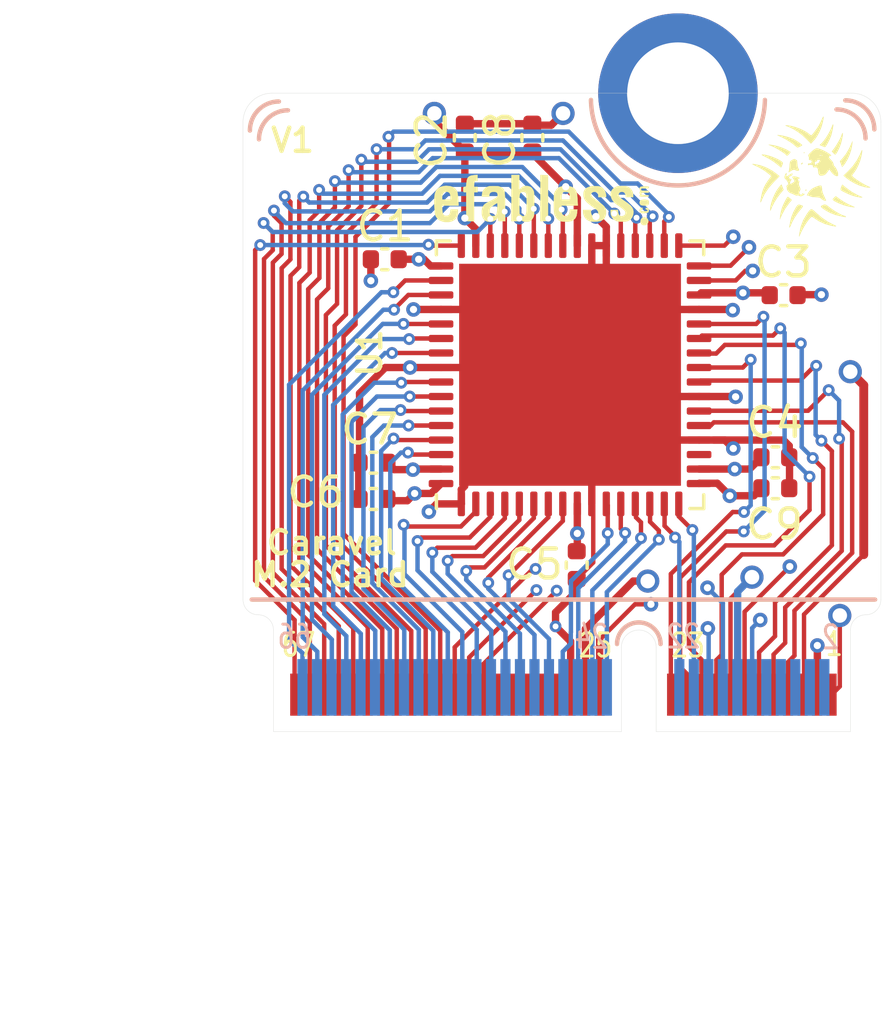
<source format=kicad_pcb>
(kicad_pcb (version 20221018) (generator pcbnew)
  (title_block (title "Carvel Breakout board as M.2 Card ") (rev "1") (company "Efabless") (comment 1 "4-layer Design") (comment 2 "0.8mm PCB") (comment 3 "45 degree chamfered edge"))
  (layers (0 "F.Cu" signal) (1 "In1.Cu" signal "GND") (2 "In2.Cu" signal "PWR") (31 "B.Cu" signal) (34 "B.Paste" user) (35 "F.Paste" user) (36 "B.SilkS" user "B.Silkscreen") (37 "F.SilkS" user "F.Silkscreen") (38 "B.Mask" user) (39 "F.Mask" user) (44 "Edge.Cuts" user))
  (net 0 "")
  (net 1 "GND")
  (net 2 "vccd2")
  (net 3 "vccd1")
  (net 4 "vdda2")
  (net 5 "vdda1")
  (net 6 "vddio")
  (net 7 "vdda")
  (net 8 "vccd")
  (net 14 "~{RST}")
  (net 15 "mprj_io[37]")
  (net 16 "xclk")
  (net 17 "mprj_io[36]")
  (net 18 "Caravel_CSB")
  (net 19 "mprj_io[35]")
  (net 20 "Caravel_D0")
  (net 21 "mprj_io[34]")
  (net 22 "Caravel_D1")
  (net 23 "gpio")
  (net 24 "Caravel_SCK")
  (net 25 "mprj_io[33]")
  (net 26 "mprj_io[32]")
  (net 28 "mprj_io[31]")
  (net 30 "mprj_io[30]")
  (net 32 "mprj_io[29]")
  (net 34 "mprj_io[28]")
  (net 36 "mprj_io[27]")
  (net 37 "mprj_io[0]")
  (net 38 "mprj_io[26]")
  (net 39 "mprj_io[1]_SDO")
  (net 40 "mprj_io[25]")
  (net 41 "mprj_io[2]_SDI")
  (net 42 "mprj_io[24]")
  (net 43 "mprj_io[3]_CSB")
  (net 44 "mprj_io[23]")
  (net 45 "mprj_io[4]_SCK")
  (net 46 "mprj_io[22]")
  (net 47 "mprj_io[5]_ser_rx")
  (net 48 "mprj_io[21]")
  (net 49 "mprj_io[6]_ser_tx")
  (net 50 "mprj_io[20]")
  (net 51 "mprj_io[7]")
  (net 52 "mprj_io[19]")
  (net 53 "mprj_io[8]")
  (net 54 "mprj_io[18]")
  (net 55 "mprj_io[9]")
  (net 56 "mprj_io[17]")
  (net 57 "mprj_io[10]")
  (net 58 "mprj_io[16]")
  (net 59 "mprj_io[11]")
  (net 60 "mprj_io[15]")
  (net 61 "mprj_io[12]")
  (net 62 "mprj_io[14]")
  (net 63 "mprj_io[13]")
  (footprint "Capacitor_SMD:C_0402_1005Metric" (layer "F.Cu") (at 162.69 165.38 90)
    (fp_text reference "C8")
    (fp_text value "0.1uf")
  )
  (footprint "Capacitor_SMD:C_0402_1005Metric" (layer "F.Cu") (at 171.07 177.46 180)
    (fp_text reference "C9")
    (fp_text value "0.1uf")
  )
  (footprint "Capacitor_SMD:C_0402_1005Metric" (layer "F.Cu") (at 157.21 177.83)
    (fp_text reference "C6")
    (fp_text value "0.1uf")
  )
  (footprint "Capacitor_SMD:C_0402_1005Metric" (layer "F.Cu") (at 157.6 169.57)
    (fp_text reference "C1")
    (fp_text value "0.1uf")
  )
  (footprint "Capacitor_SMD:C_0402_1005Metric" (layer "F.Cu") (at 160.36 165.38 90)
    (fp_text reference "C2")
    (fp_text value "0.1uf")
  )
  (footprint "Caravel_Board:logo_small" (layer "F.Cu") (at 172.289333 166.701566)
    (fp_text reference "T1" hide)
    (fp_text value "Logo" hide)
  )
  (footprint "Capacitor_SMD:C_0402_1005Metric" (layer "F.Cu") (at 157.21 176.58)
    (fp_text reference "C7")
    (fp_text value "0.1uf")
  )
  (footprint "Caravel_Board:ef_logo" (layer "F.Cu") (at 162.950398 167.531401)
    (fp_text reference "T2" hide)
    (fp_text value "Logo" hide)
  )
  (footprint "Capacitor_SMD:C_0402_1005Metric" (layer "F.Cu") (at 171.356 170.8068)
    (fp_text reference "C3")
    (fp_text value "0.1uf")
  )
  (footprint "Package_DFN_QFN:QFN-64-1EP_9x9mm_P0.5mm_EP7.65x7.65mm" (layer "F.Cu") (at 163.99 173.55 90)
    (fp_text reference "U1")
    (fp_text value "Caravel")
  )
  (footprint "Capacitor_SMD:C_0402_1005Metric" (layer "F.Cu") (at 164.22 180.11 90)
    (fp_text reference "C5")
    (fp_text value "0.1uf")
  )
  (footprint "MicroMod-Sparkfun:MicroMod-M.2-CARD-E-22" (layer "F.Cu") (at 163.761271 185.846951)
    (fp_text reference "J1")
    (fp_text value "MICROMOD-2222-Generic")
    (fp_line (start -11.05 -21) (end -11.05 -4.55) (stroke (width 0.01)) (layer "Edge.Cuts"))
    (fp_line (start -10 0) (end -10 -3.5) (stroke (width 0.01)) (layer "Edge.Cuts"))
    (fp_line (start 2 -2.9) (end 2 0) (stroke (width 0.01)) (layer "Edge.Cuts"))
    (fp_line (start 2 0) (end -10 0) (stroke (width 0.01)) (layer "Edge.Cuts"))
    (fp_line (start 2.2 -22) (end -10.05 -22) (stroke (width 0.01)) (layer "Edge.Cuts"))
    (fp_line (start 3.2 -2.9) (end 3.2 0) (stroke (width 0.01)) (layer "Edge.Cuts"))
    (fp_line (start 9.9 -3.5) (end 9.9 0) (stroke (width 0.01)) (layer "Edge.Cuts"))
    (fp_line (start 9.9 0) (end 3.2 0) (stroke (width 0.01)) (layer "Edge.Cuts"))
    (fp_line (start 9.95 -22) (end 5.7 -22) (stroke (width 0.01)) (layer "Edge.Cuts"))
    (fp_line (start 10.95 -21) (end 10.95 -4.55) (stroke (width 0.01)) (layer "Edge.Cuts"))
    (fp_arc (start -11.05 -21) (mid -10.757106 -21.707106) (end -10.05 -22) (stroke (width 0.01)) (layer "Edge.Cuts"))
    (fp_arc (start -10.525 -4.025) (mid -10.896231 -4.178769) (end -11.05 -4.55) (stroke (width 0.01)) (layer "Edge.Cuts"))
    (fp_arc (start -10.525 -4.025) (mid -10.153769 -3.871231) (end -10 -3.5) (stroke (width 0.01)) (layer "Edge.Cuts"))
    (fp_arc (start 2 -2.9) (mid 2.6 -3.5) (end 3.2 -2.9) (stroke (width 0.01)) (layer "Edge.Cuts"))
    (fp_arc (start 5.7 -22) (mid 3.95 -20.25) (end 2.2 -22) (stroke (width 0.01)) (layer "Edge.Cuts"))
    (fp_arc (start 9.9 -3.5) (mid 10.053769 -3.871231) (end 10.425 -4.025) (stroke (width 0.01)) (layer "Edge.Cuts"))
    (fp_arc (start 9.95 -22) (mid 10.657107 -21.707107) (end 10.95 -21) (stroke (width 0.01)) (layer "Edge.Cuts"))
    (fp_arc (start 10.95 -4.55) (mid 10.796231 -4.178769) (end 10.425 -4.025) (stroke (width 0.01)) (layer "Edge.Cuts"))
  )
  (footprint "Capacitor_SMD:C_0402_1005Metric" (layer "F.Cu") (at 171.07 176.3932 180)
    (fp_text reference "C4")
    (fp_text value "0.1uf")
  )
  (gr_text "V1" (at 154.42 165.47) (layer "F.SilkS") (effects (font (size 0.8 0.8) (thickness 0.15) bold)))
  (gr_text "M.2 Card" (at 155.71 180.44) (layer "F.SilkS") (effects (font (size 0.8 0.8) (thickness 0.15) bold)))
  (gr_text "Caravel" (at 155.77 179.34) (layer "F.SilkS") (effects (font (size 0.8 0.8) (thickness 0.15) bold)))
  (segment (start 162.63 164.9) (end 162.68 164.95) (width 0.254) (layer "F.Cu") (net 1))
  (segment (start 162.68 164.95) (end 163.341287 164.95) (width 0.254) (layer "F.Cu") (net 1))
  (segment (start 171.8528 170.79) (end 171.836 170.8068) (width 0.254) (layer "F.Cu") (net 1))
  (segment (start 157.12 169.57) (end 157.12 170.31) (width 0.254) (layer "F.Cu") (net 1))
  (segment (start 168.44 171.3) (end 166.24 171.3) (width 0.254) (layer "F.Cu") (net 1))
  (segment (start 164.74 178) (end 164.74 174.3) (width 0.254) (layer "F.Cu") (net 1))
  (segment (start 163.49 182.2213) (end 164.010191 182.741491) (width 0.254) (layer "F.Cu") (net 1))
  (segment (start 159.39 178) (end 159.12 178.27) (width 0.254) (layer "F.Cu") (net 1))
  (segment (start 164.22 181.01) (end 164.22 180.59) (width 0.254) (layer "F.Cu") (net 1))
  (segment (start 165.24 168.453158) (end 165.24 169.1) (width 0.254) (layer "F.Cu") (net 1))
  (segment (start 168.44 175.8) (end 166.24 175.8) (width 0.254) (layer "F.Cu") (net 1))
  (segment (start 157.62 173.3) (end 158.47 173.3) (width 0.254) (layer "F.Cu") (net 1))
  (segment (start 165.24 169.1) (end 165.24 172.3) (width 0.254) (layer "F.Cu") (net 1))
  (segment (start 164.79 180.02) (end 164.22 180.59) (width 0.1524) (layer "F.Cu") (net 1))
  (segment (start 164.74 172.8) (end 163.99 173.55) (width 0.254) (layer "F.Cu") (net 1))
  (segment (start 164.74 174.3) (end 163.99 173.55) (width 0.254) (layer "F.Cu") (net 1))
  (segment (start 164.74 178) (end 164.79 178.05) (width 0.1524) (layer "F.Cu") (net 1))
  (segment (start 160.36 164.9) (end 161.46 164.9) (width 0.254) (layer "F.Cu") (net 1))
  (segment (start 169.33 175.8) (end 168.44 175.8) (width 0.254) (layer "F.Cu") (net 1))
  (segment (start 165.24 172.3) (end 163.99 173.55) (width 0.254) (layer "F.Cu") (net 1))
  (segment (start 168.44 174.3) (end 164.74 174.3) (width 0.254) (layer "F.Cu") (net 1))
  (segment (start 169.7 174.31) (end 169.69 174.3) (width 0.254) (layer "F.Cu") (net 1))
  (segment (start 159.54 171.3) (end 158.59 171.3) (width 0.254) (layer "F.Cu") (net 1))
  (segment (start 171.35 175.8) (end 171.55 176) (width 0.254) (layer "F.Cu") (net 1))
  (segment (start 159.54 173.3) (end 158.47 173.3) (width 0.254) (layer "F.Cu") (net 1))
  (segment (start 160.24 178) (end 160.24 177.5032) (width 0.254) (layer "F.Cu") (net 1))
  (segment (start 169.5781 171.3) (end 169.6 171.3219) (width 0.254) (layer "F.Cu") (net 1))
  (segment (start 161.74 171.3) (end 163.99 173.55) (width 0.254) (layer "F.Cu") (net 1))
  (segment (start 161.46 164.9) (end 162.63 164.9) (width 0.254) (layer "F.Cu") (net 1))
  (segment (start 164.883421 168.096579) (end 165.24 168.453158) (width 0.254) (layer "F.Cu") (net 1))
  (segment (start 164.010191 182.741491) (end 164.010191 184.574411) (width 0.254) (layer "F.Cu") (net 1))
  (segment (start 169.62 176.09) (end 169.33 175.8) (width 0.254) (layer "F.Cu") (net 1))
  (segment (start 163.341287 164.95) (end 163.747787 164.5435) (width 0.254) (layer "F.Cu") (net 1))
  (segment (start 163.49 182.2213) (end 163.49 181.74) (width 0.254) (layer "F.Cu") (net 1))
  (segment (start 159.54 171.3) (end 161.74 171.3) (width 0.254) (layer "F.Cu") (net 1))
  (segment (start 171.56 177.4734) (end 171.56 176.4066) (width 0.254) (layer "F.Cu") (net 1))
  (segment (start 166.24 175.8) (end 163.99 173.55) (width 0.254) (layer "F.Cu") (net 1))
  (segment (start 159.54 173.3) (end 163.74 173.3) (width 0.254) (layer "F.Cu") (net 1))
  (segment (start 168.94 175.8) (end 171.35 175.8) (width 0.254) (layer "F.Cu") (net 1))
  (segment (start 160.24 177.5032) (end 160.3578 177.3854) (width 0.254) (layer "F.Cu") (net 1))
  (segment (start 172.66 170.79) (end 171.8528 170.79) (width 0.254) (layer "F.Cu") (net 1))
  (segment (start 163.74 173.3) (end 163.99 173.55) (width 0.254) (layer "F.Cu") (net 1))
  (segment (start 168.44 171.3) (end 169.5781 171.3) (width 0.254) (layer "F.Cu") (net 1))
  (segment (start 164.79 178.05) (end 164.79 180.02) (width 0.1524) (layer "F.Cu") (net 1))
  (segment (start 166.24 171.3) (end 163.99 173.55) (width 0.254) (layer "F.Cu") (net 1))
  (segment (start 171.55 176) (end 171.55 176.3932) (width 0.254) (layer "F.Cu") (net 1))
  (segment (start 163.49 181.74) (end 164.22 181.01) (width 0.254) (layer "F.Cu") (net 1))
  (segment (start 156.7 176.61) (end 156.7 177.74) (width 0.254) (layer "F.Cu") (net 1))
  (segment (start 164.74 169.1) (end 165.24 169.1) (width 0.254) (layer "F.Cu") (net 1))
  (segment (start 160.24 178) (end 159.39 178) (width 0.254) (layer "F.Cu") (net 1))
  (segment (start 156.73 176.58) (end 156.73 174.19) (width 0.254) (layer "F.Cu") (net 1))
  (segment (start 164.74 169.1) (end 164.74 172.8) (width 0.254) (layer "F.Cu") (net 1))
  (segment (start 156.73 174.19) (end 157.62 173.3) (width 0.254) (layer "F.Cu") (net 1))
  (segment (start 169.69 174.3) (end 168.44 174.3) (width 0.254) (layer "F.Cu") (net 1))
  (via (at 163.49 182.2213) (size 0.4064) (drill 0.2032) (layers "F.Cu" "B.Cu") (net 1))
  (via (at 168.7419 182.29) (size 0.5) (drill 0.25) (layers "F.Cu" "B.Cu") (net 1))
  (via (at 164.883421 168.096579) (size 0.5) (drill 0.25) (layers "F.Cu" "B.Cu") (net 1))
  (via (at 169.6 171.3219) (size 0.5) (drill 0.25) (layers "F.Cu" "B.Cu") (net 1))
  (via (at 170.55 182) (size 0.5) (drill 0.25) (layers "F.Cu" "B.Cu") (net 1))
  (via (at 169.62 176.09) (size 0.5) (drill 0.25) (layers "F.Cu" "B.Cu") (net 1))
  (via (at 172.66 170.79) (size 0.5) (drill 0.25) (layers "F.Cu" "B.Cu") (net 1))
  (via (at 158.59 171.3) (size 0.5) (drill 0.25) (layers "F.Cu" "B.Cu") (net 1))
  (via (at 163.747787 164.5435) (size 0.8) (drill 0.5) (layers "F.Cu" "B.Cu") (net 1))
  (via (at 158.47 173.3) (size 0.5) (drill 0.25) (layers "F.Cu" "B.Cu") (net 1))
  (via (at 169.7 174.31) (size 0.5) (drill 0.25) (layers "F.Cu" "B.Cu") (net 1))
  (via (at 157.12 170.31) (size 0.5) (drill 0.25) (layers "F.Cu" "B.Cu") (net 1))
  (via (at 159.12 178.27) (size 0.5) (drill 0.25) (layers "F.Cu" "B.Cu") (net 1))
  (segment (start 170.55 182) (end 170.271131 182.278869) (width 0.1524) (layer "B.Cu") (net 1))
  (segment (start 168.7419 182.29) (end 168.769991 182.318091) (width 0.1524) (layer "B.Cu") (net 1))
  (segment (start 168.769991 182.318091) (end 168.769991 183.552951) (width 0.1524) (layer "B.Cu") (net 1))
  (segment (start 170.271131 182.278869) (end 170.271131 183.552951) (width 0.1524) (layer "B.Cu") (net 1))
  (segment (start 173.293259 181.846022) (end 173.293259 184.290563) (width 0.1524) (layer "F.Cu") (net 2))
  (segment (start 173.293259 184.290563) (end 173.009411 184.574411) (width 0.1524) (layer "F.Cu") (net 2))
  (segment (start 158.57 176.82) (end 157.93 176.82) (width 0.254) (layer "F.Cu") (net 2))
  (segment (start 159.54 176.8) (end 158.59 176.8) (width 0.254) (layer "F.Cu") (net 2))
  (segment (start 158.59 176.8) (end 158.57 176.82) (width 0.254) (layer "F.Cu") (net 2))
  (segment (start 157.93 176.82) (end 157.67 176.56) (width 0.254) (layer "F.Cu") (net 2))
  (via (at 173.293259 181.846022) (size 0.8) (drill 0.5) (layers "F.Cu" "B.Cu") (net 2))
  (via (at 158.57 176.82) (size 0.5) (drill 0.25) (layers "F.Cu" "B.Cu") (net 2))
  (segment (start 159.18 169.8) (end 158.95 169.57) (width 0.254) (layer "F.Cu") (net 3))
  (segment (start 158.28 169.57) (end 158.18 169.67) (width 0.254) (layer "F.Cu") (net 3))
  (segment (start 164.520571 182.309429) (end 164.520571 183.804411) (width 0.254) (layer "F.Cu") (net 3))
  (segment (start 158.95 169.57) (end 158.77 169.57) (width 0.254) (layer "F.Cu") (net 3))
  (segment (start 158.77 169.57) (end 158.28 169.57) (width 0.254) (layer "F.Cu") (net 3))
  (segment (start 166.67 180.66) (end 166.17 180.66) (width 0.254) (layer "F.Cu") (net 3))
  (segment (start 166.17 180.66) (end 164.520571 182.309429) (width 0.254) (layer "F.Cu") (net 3))
  (segment (start 159.54 169.8) (end 159.18 169.8) (width 0.254) (layer "F.Cu") (net 3))
  (via (at 158.77 169.57) (size 0.5) (drill 0.25) (layers "F.Cu" "B.Cu") (net 3))
  (via (at 166.67 180.66) (size 0.8) (drill 0.5) (layers "F.Cu" "B.Cu") (net 3))
  (segment (start 164.24 179.0176) (end 164.24 178) (width 0.254) (layer "F.Cu") (net 4))
  (segment (start 170.009671 181.718607) (end 170.009671 184.574411) (width 0.1524) (layer "F.Cu") (net 4))
  (segment (start 164.24 179.61) (end 164.24 179.0176) (width 0.254) (layer "F.Cu") (net 4))
  (segment (start 171.568098 180.16018) (end 170.009671 181.718607) (width 0.1524) (layer "F.Cu") (net 4))
  (segment (start 164.22 179.63) (end 164.24 179.61) (width 0.254) (layer "F.Cu") (net 4))
  (via (at 164.24 179.0176) (size 0.5) (drill 0.25) (layers "F.Cu" "B.Cu") (net 4))
  (via (at 171.568098 180.16018) (size 0.5) (drill 0.25) (layers "F.Cu" "B.Cu") (net 4))
  (segment (start 165.010951 182.680951) (end 165.01 182.68) (width 0.254) (layer "F.Cu") (net 5))
  (segment (start 160.3619 165.8619) (end 160.36 165.86) (width 0.254) (layer "F.Cu") (net 5))
  (segment (start 159.31 164.5435) (end 159.31 164.81) (width 0.254) (layer "F.Cu") (net 5))
  (segment (start 160.74 168.53) (end 160.74 169.1) (width 0.254) (layer "F.Cu") (net 5))
  (segment (start 164.085 167.315) (end 163.84 167.07) (width 0.254) (layer "F.Cu") (net 5))
  (segment (start 160.3619 168.1519) (end 160.74 168.53) (width 0.254) (layer "F.Cu") (net 5))
  (segment (start 160.41 165.91) (end 160.36 165.86) (width 0.254) (layer "F.Cu") (net 5))
  (segment (start 165.010951 184.574411) (end 165.010951 182.680951) (width 0.254) (layer "F.Cu") (net 5))
  (segment (start 164.24 168.13) (end 164.24 167.47) (width 0.254) (layer "F.Cu") (net 5))
  (segment (start 166.78 181.46) (end 166.23 181.46) (width 0.1524) (layer "F.Cu") (net 5))
  (segment (start 159.31 164.81) (end 160.36 165.86) (width 0.254) (layer "F.Cu") (net 5))
  (segment (start 164.24 167.47) (end 164.085 167.315) (width 0.254) (layer "F.Cu") (net 5))
  (segment (start 160.3619 168.1519) (end 160.3619 165.8619) (width 0.254) (layer "F.Cu") (net 5))
  (segment (start 162.68 165.91) (end 160.41 165.91) (width 0.254) (layer "F.Cu") (net 5))
  (segment (start 166.23 181.46) (end 165.01 182.68) (width 0.1524) (layer "F.Cu") (net 5))
  (segment (start 164.085 167.315) (end 162.68 165.91) (width 0.254) (layer "F.Cu") (net 5))
  (segment (start 164.24 168.13) (end 164.24 169.1) (width 0.254) (layer "F.Cu") (net 5))
  (via (at 166.78 181.46) (size 0.5) (drill 0.25) (layers "F.Cu" "B.Cu") (net 5))
  (via (at 159.31 164.5435) (size 0.8) (drill 0.5) (layers "F.Cu" "B.Cu") (net 5))
  (via (at 163.84 167.07) (size 0.5) (drill 0.25) (layers "F.Cu" "B.Cu") (net 5))
  (via (at 160.3619 168.1519) (size 0.5) (drill 0.25) (layers "F.Cu" "B.Cu") (net 5))
  (segment (start 170.33 177.72) (end 170.7044 177.3456) (width 0.254) (layer "F.Cu") (net 6))
  (segment (start 172.519031 182.88) (end 172.519031 183.804411) (width 0.254) (layer "F.Cu") (net 6))
  (segment (start 169.07 177.29) (end 168.45 177.29) (width 0.254) (layer "F.Cu") (net 6))
  (segment (start 168.45 177.29) (end 168.44 177.3) (width 0.254) (layer "F.Cu") (net 6))
  (segment (start 158.38 177.89) (end 157.81 177.89) (width 0.254) (layer "F.Cu") (net 6))
  (segment (start 158.63 177.64) (end 158.38 177.89) (width 0.254) (layer "F.Cu") (net 6))
  (segment (start 157.81 177.89) (end 157.8 177.88) (width 0.254) (layer "F.Cu") (net 6))
  (segment (start 158.63 177.64) (end 159.2 177.64) (width 0.254) (layer "F.Cu") (net 6))
  (segment (start 159.2 177.64) (end 159.54 177.3) (width 0.254) (layer "F.Cu") (net 6))
  (segment (start 169.5 177.72) (end 169.07 177.29) (width 0.254) (layer "F.Cu") (net 6))
  (segment (start 169.5 177.72) (end 170.33 177.72) (width 0.254) (layer "F.Cu") (net 6))
  (via (at 172.519031 182.88) (size 0.5) (drill 0.25) (layers "F.Cu" "B.Cu") (net 6))
  (via (at 169.5 177.72) (size 0.5) (drill 0.25) (layers "F.Cu" "B.Cu") (net 6))
  (via (at 158.63 177.64) (size 0.5) (drill 0.25) (layers "F.Cu" "B.Cu") (net 6))
  (via (at 168.73 180.89) (size 0.5) (drill 0.25) (layers "F.Cu" "B.Cu") (net 6))
  (segment (start 169.260371 184.322951) (end 169.260371 181.420371) (width 0.1524) (layer "B.Cu") (net 6))
  (segment (start 169.260371 181.420371) (end 168.73 180.89) (width 0.1524) (layer "B.Cu") (net 6))
  (segment (start 172.06 184.525602) (end 172.011191 184.574411) (width 0.1524) (layer "F.Cu") (net 7))
  (segment (start 174.12 179.75) (end 174.12 173.91) (width 0.3048) (layer "F.Cu") (net 7))
  (segment (start 174.05 179.82) (end 172.06 181.81) (width 0.1524) (layer "F.Cu") (net 7))
  (segment (start 170.795991 170.726791) (end 170.876 170.8068) (width 0.254) (layer "F.Cu") (net 7))
  (segment (start 174.12 173.91) (end 173.655 173.445) (width 0.3048) (layer "F.Cu") (net 7))
  (segment (start 168.513209 170.726791) (end 169.953265 170.726791) (width 0.254) (layer "F.Cu") (net 7))
  (segment (start 168.44 170.8) (end 168.513209 170.726791) (width 0.254) (layer "F.Cu") (net 7))
  (segment (start 172.06 181.81) (end 172.06 184.525602) (width 0.1524) (layer "F.Cu") (net 7))
  (segment (start 169.953265 170.726791) (end 170.795991 170.726791) (width 0.254) (layer "F.Cu") (net 7))
  (via (at 173.655 173.445) (size 0.8) (drill 0.5) (layers "F.Cu" "B.Cu") (net 7))
  (via (at 169.953265 170.726791) (size 0.5) (drill 0.25) (layers "F.Cu" "B.Cu") (net 7))
  (segment (start 170.265 180.525) (end 169.5248 181.2652) (width 0.1524) (layer "F.Cu") (net 8))
  (segment (start 170.1832 176.8) (end 170.59 176.3932) (width 0.254) (layer "F.Cu") (net 8))
  (segment (start 169.5248 184.558902) (end 169.509291 184.574411) (width 0.1524) (layer "F.Cu") (net 8))
  (segment (start 168.44 176.8) (end 170.1832 176.8) (width 0.254) (layer "F.Cu") (net 8))
  (segment (start 169.5248 181.2652) (end 169.5248 184.558902) (width 0.1524) (layer "F.Cu") (net 8))
  (via (at 170.265 180.525) (size 0.8) (drill 0.5) (layers "F.Cu" "B.Cu") (net 8))
  (via (at 169.67 176.8) (size 0.5) (drill 0.25) (layers "F.Cu" "B.Cu") (net 8))
  (segment (start 169.770751 181.019249) (end 169.770751 183.552951) (width 0.254) (layer "B.Cu") (net 8))
  (segment (start 170.265 180.525) (end 169.770751 181.019249) (width 0.254) (layer "B.Cu") (net 8))
  (segment (start 168.84 175.3) (end 168.95 175.19) (width 0.1524) (layer "F.Cu") (net 14))
  (segment (start 173.4 175.19) (end 173.72 175.51) (width 0.1524) (layer "F.Cu") (net 14))
  (segment (start 173.72 179.69) (end 171.73 181.68) (width 0.1524) (layer "F.Cu") (net 14))
  (segment (start 173.72 175.51) (end 173.72 179.69) (width 0.1524) (layer "F.Cu") (net 14))
  (segment (start 168.44 175.3) (end 168.84 175.3) (width 0.1524) (layer "F.Cu") (net 14))
  (segment (start 171.73 181.68) (end 171.73 183.23) (width 0.1524) (layer "F.Cu") (net 14))
  (segment (start 171.510811 183.449189) (end 171.510811 184.574411) (width 0.1524) (layer "F.Cu") (net 14))
  (segment (start 168.95 175.19) (end 173.4 175.19) (width 0.1524) (layer "F.Cu") (net 14))
  (segment (start 171.73 183.23) (end 171.510811 183.449189) (width 0.1524) (layer "F.Cu") (net 14))
  (segment (start 168.21 178.9) (end 167.74 178.43) (width 0.1524) (layer "F.Cu") (net 15))
  (segment (start 167.74 178.43) (end 167.74 178.14) (width 0.1524) (layer "F.Cu") (net 15))
  (via (at 168.21 178.9) (size 0.4064) (drill 0.2032) (layers "F.Cu" "B.Cu") (net 15))
  (segment (start 168.259611 178.949611) (end 168.259611 184.322951) (width 0.1524) (layer "B.Cu") (net 15))
  (segment (start 168.21 178.9) (end 168.259611 178.949611) (width 0.1524) (layer "B.Cu") (net 15))
  (segment (start 171.010431 183.189569) (end 171.010431 184.574411) (width 0.1524) (layer "F.Cu") (net 16))
  (segment (start 172.91 174.08) (end 172.2 174.79) (width 0.1524) (layer "F.Cu") (net 16))
  (segment (start 173.36 179.618948) (end 171.41 181.568948) (width 0.1524) (layer "F.Cu") (net 16))
  (segment (start 173.27 175.75) (end 173.36 175.84) (width 0.1524) (layer "F.Cu") (net 16))
  (segment (start 171.41 181.568948) (end 171.41 182.79) (width 0.1524) (layer "F.Cu") (net 16))
  (segment (start 172.2 174.79) (end 168.45 174.79) (width 0.1524) (layer "F.Cu") (net 16))
  (segment (start 173.36 175.84) (end 173.36 179.618948) (width 0.1524) (layer "F.Cu") (net 16))
  (segment (start 168.45 174.79) (end 168.44 174.8) (width 0.1524) (layer "F.Cu") (net 16))
  (segment (start 171.41 182.79) (end 171.010431 183.189569) (width 0.1524) (layer "F.Cu") (net 16))
  (via (at 173.27 175.75) (size 0.4064) (drill 0.2032) (layers "F.Cu" "B.Cu") (net 16))
  (via (at 172.91 174.08) (size 0.4064) (drill 0.2032) (layers "F.Cu" "B.Cu") (net 16))
  (segment (start 173.27 175.75) (end 173.27 174.44) (width 0.1524) (layer "B.Cu") (net 16))
  (segment (start 173.27 174.44) (end 172.91 174.08) (width 0.1524) (layer "B.Cu") (net 16))
  (segment (start 167.61 179.16) (end 167.61 179.118054) (width 0.1524) (layer "F.Cu") (net 17))
  (segment (start 167.61 179.118054) (end 167.25 178.758054) (width 0.1524) (layer "F.Cu") (net 17))
  (segment (start 167.25 178.758054) (end 167.25 178.01) (width 0.1524) (layer "F.Cu") (net 17))
  (segment (start 167.25 178.01) (end 167.24 178) (width 0.1524) (layer "F.Cu") (net 17))
  (via (at 167.61 179.16) (size 0.4064) (drill 0.2032) (layers "F.Cu" "B.Cu") (net 17))
  (segment (start 167.61 179.16) (end 167.759231 179.309231) (width 0.1524) (layer "B.Cu") (net 17))
  (segment (start 167.759231 179.309231) (end 167.759231 184.322951) (width 0.1524) (layer "B.Cu") (net 17))
  (segment (start 171.06 181.388948) (end 171.06 182.56) (width 0.1524) (layer "F.Cu") (net 18))
  (segment (start 173.02 176.18) (end 173.02 179.428948) (width 0.1524) (layer "F.Cu") (net 18))
  (segment (start 172.43 173.24) (end 171.9205 173.7495) (width 0.1524) (layer "F.Cu") (net 18))
  (segment (start 170.510051 183.109949) (end 170.510051 184.574411) (width 0.1524) (layer "F.Cu") (net 18))
  (segment (start 168.4905 173.7495) (end 168.44 173.8) (width 0.1524) (layer "F.Cu") (net 18))
  (segment (start 171.9205 173.7495) (end 168.4905 173.7495) (width 0.1524) (layer "F.Cu") (net 18))
  (segment (start 172.66 175.82) (end 173.02 176.18) (width 0.1524) (layer "F.Cu") (net 18))
  (segment (start 173.02 179.428948) (end 171.06 181.388948) (width 0.1524) (layer "F.Cu") (net 18))
  (segment (start 172.48 173.24) (end 172.43 173.24) (width 0.1524) (layer "F.Cu") (net 18))
  (segment (start 171.06 182.56) (end 170.510051 183.109949) (width 0.1524) (layer "F.Cu") (net 18))
  (via (at 172.66 175.82) (size 0.4064) (drill 0.2032) (layers "F.Cu" "B.Cu") (net 18))
  (via (at 172.48 173.24) (size 0.4064) (drill 0.2032) (layers "F.Cu" "B.Cu") (net 18))
  (segment (start 172.46 175.62) (end 172.46 173.26) (width 0.1524) (layer "B.Cu") (net 18))
  (segment (start 172.46 173.26) (end 172.48 173.24) (width 0.1524) (layer "B.Cu") (net 18))
  (segment (start 172.66 175.82) (end 172.46 175.62) (width 0.1524) (layer "B.Cu") (net 18))
  (segment (start 167.052205 178.919469) (end 166.75 178.617264) (width 0.1524) (layer "F.Cu") (net 19))
  (segment (start 166.75 178.617264) (end 166.75 178.01) (width 0.1524) (layer "F.Cu") (net 19))
  (segment (start 166.75 178.01) (end 166.74 178) (width 0.1524) (layer "F.Cu") (net 19))
  (segment (start 167.052205 179.230128) (end 167.052205 178.919469) (width 0.1524) (layer "F.Cu") (net 19))
  (via (at 167.052205 179.230128) (size 0.4064) (drill 0.2032) (layers "F.Cu" "B.Cu") (net 19))
  (segment (start 166.98 179.265) (end 166.98 179.32) (width 0.1524) (layer "B.Cu") (net 19))
  (segment (start 165.259871 181.040129) (end 165.259871 184.322951) (width 0.1524) (layer "B.Cu") (net 19))
  (segment (start 166.98 179.32) (end 165.259871 181.040129) (width 0.1524) (layer "B.Cu") (net 19))
  (segment (start 169.22 183.2) (end 169.0364 183.3836) (width 0.1524) (layer "F.Cu") (net 20))
  (segment (start 171.9 172.52) (end 169.33 172.52) (width 0.1524) (layer "F.Cu") (net 20))
  (segment (start 169.0364 183.3836) (end 169.0364 184.546922) (width 0.1524) (layer "F.Cu") (net 20))
  (segment (start 169.22 180.44) (end 169.22 183.2) (width 0.1524) (layer "F.Cu") (net 20))
  (segment (start 169.92 179.74) (end 169.22 180.44) (width 0.1524) (layer "F.Cu") (net 20))
  (segment (start 169.03 172.82) (end 168.46 172.82) (width 0.1524) (layer "F.Cu") (net 20))
  (segment (start 172.36 176.42) (end 172.72 176.78) (width 0.1524) (layer "F.Cu") (net 20))
  (segment (start 172.72 176.78) (end 172.72 178.36) (width 0.1524) (layer "F.Cu") (net 20))
  (segment (start 169.0364 184.546922) (end 169.008911 184.574411) (width 0.1524) (layer "F.Cu") (net 20))
  (segment (start 171.95 172.47) (end 171.9 172.52) (width 0.1524) (layer "F.Cu") (net 20))
  (segment (start 169.33 172.52) (end 169.03 172.82) (width 0.1524) (layer "F.Cu") (net 20))
  (segment (start 172.72 178.36) (end 171.34 179.74) (width 0.1524) (layer "F.Cu") (net 20))
  (segment (start 168.46 172.82) (end 168.44 172.8) (width 0.1524) (layer "F.Cu") (net 20))
  (segment (start 171.34 179.74) (end 169.92 179.74) (width 0.1524) (layer "F.Cu") (net 20))
  (via (at 171.95 172.47) (size 0.4064) (drill 0.2032) (layers "F.Cu" "B.Cu") (net 20))
  (via (at 172.36 176.42) (size 0.4064) (drill 0.2032) (layers "F.Cu" "B.Cu") (net 20))
  (segment (start 171.95 172.47) (end 171.98 172.5) (width 0.1524) (layer "B.Cu") (net 20))
  (segment (start 171.98 172.5) (end 171.98 176.04) (width 0.1524) (layer "B.Cu") (net 20))
  (segment (start 171.98 176.04) (end 172.36 176.42) (width 0.1524) (layer "B.Cu") (net 20))
  (segment (start 166.436858 179.17997) (end 166.436858 178.636858) (width 0.1524) (layer "F.Cu") (net 21))
  (segment (start 166.436858 178.636858) (end 166.26303 178.46303) (width 0.1524) (layer "F.Cu") (net 21))
  (segment (start 166.26303 178.46303) (end 166.26303 178.02303) (width 0.1524) (layer "F.Cu") (net 21))
  (via (at 166.436858 179.17997) (size 0.4064) (drill 0.2032) (layers "F.Cu" "B.Cu") (net 21))
  (segment (start 164.759491 180.980509) (end 164.759491 184.322951) (width 0.1524) (layer "B.Cu") (net 21))
  (segment (start 166.436858 179.17997) (end 166.436858 179.303142) (width 0.1524) (layer "B.Cu") (net 21))
  (segment (start 166.436858 179.303142) (end 164.759491 180.980509) (width 0.1524) (layer "B.Cu") (net 21))
  (segment (start 172.25 177.06) (end 172.25 178.21) (width 0.1524) (layer "F.Cu") (net 22))
  (segment (start 171.24 171.95) (end 170.99 172.2) (width 0.1524) (layer "F.Cu") (net 22))
  (segment (start 172.25 178.21) (end 171.03 179.43) (width 0.1524) (layer "F.Cu") (net 22))
  (segment (start 168.521071 183.361071) (end 168.521071 183.804411) (width 0.1524) (layer "F.Cu") (net 22))
  (segment (start 171.03 179.43) (end 169.36 179.43) (width 0.1524) (layer "F.Cu") (net 22))
  (segment (start 168.09 182.93) (end 168.521071 183.361071) (width 0.1524) (layer "F.Cu") (net 22))
  (segment (start 170.99 172.2) (end 168.54 172.2) (width 0.1524) (layer "F.Cu") (net 22))
  (segment (start 168.54 172.2) (end 168.44 172.3) (width 0.1524) (layer "F.Cu") (net 22))
  (segment (start 168.09 180.7) (end 168.09 182.93) (width 0.1524) (layer "F.Cu") (net 22))
  (segment (start 169.36 179.43) (end 168.09 180.7) (width 0.1524) (layer "F.Cu") (net 22))
  (via (at 171.24 171.95) (size 0.4064) (drill 0.2032) (layers "F.Cu" "B.Cu") (net 22))
  (via (at 172.25 177.06) (size 0.4064) (drill 0.2032) (layers "F.Cu" "B.Cu") (net 22))
  (segment (start 171.39 176.2) (end 172.25 177.06) (width 0.1524) (layer "B.Cu") (net 22))
  (segment (start 171.39 172.1) (end 171.39 176.2) (width 0.1524) (layer "B.Cu") (net 22))
  (segment (start 171.24 171.95) (end 171.39 172.1) (width 0.1524) (layer "B.Cu") (net 22))
  (segment (start 170.41 171.8) (end 168.44 171.8) (width 0.1524) (layer "F.Cu") (net 23))
  (segment (start 167.7852 183.620811) (end 168.010691 183.846302) (width 0.1524) (layer "F.Cu") (net 23))
  (segment (start 168.010691 183.846302) (end 168.010691 184.574411) (width 0.1524) (layer "F.Cu") (net 23))
  (segment (start 169.378948 178.95) (end 167.7852 180.543748) (width 0.1524) (layer "F.Cu") (net 23))
  (segment (start 169.98 178.95) (end 169.378948 178.95) (width 0.1524) (layer "F.Cu") (net 23))
  (segment (start 170.66 171.55) (end 170.41 171.8) (width 0.1524) (layer "F.Cu") (net 23))
  (segment (start 167.7852 180.543748) (end 167.7852 183.620811) (width 0.1524) (layer "F.Cu") (net 23))
  (via (at 170.66 171.55) (size 0.4064) (drill 0.2032) (layers "F.Cu" "B.Cu") (net 23))
  (via (at 169.98 178.95) (size 0.4064) (drill 0.2032) (layers "F.Cu" "B.Cu") (net 23))
  (segment (start 170.7 178.23) (end 169.98 178.95) (width 0.1524) (layer "B.Cu") (net 23))
  (segment (start 170.66 171.55) (end 170.7 171.59) (width 0.1524) (layer "B.Cu") (net 23))
  (segment (start 170.7 171.59) (end 170.7 178.23) (width 0.1524) (layer "B.Cu") (net 23))
  (segment (start 170.22 173.03) (end 169.95 173.3) (width 0.1524) (layer "F.Cu") (net 24))
  (segment (start 169.99 178.28) (end 169.6 178.28) (width 0.1524) (layer "F.Cu") (net 24))
  (segment (start 169.6 178.28) (end 167.466 180.414) (width 0.1524) (layer "F.Cu") (net 24))
  (segment (start 167.466 184.5301) (end 167.510311 184.574411) (width 0.1524) (layer "F.Cu") (net 24))
  (segment (start 167.466 180.414) (end 167.466 184.5301) (width 0.1524) (layer "F.Cu") (net 24))
  (segment (start 169.95 173.3) (end 168.44 173.3) (width 0.1524) (layer "F.Cu") (net 24))
  (via (at 170.22 173.03) (size 0.4064) (drill 0.2032) (layers "F.Cu" "B.Cu") (net 24))
  (via (at 169.99 178.28) (size 0.4064) (drill 0.2032) (layers "F.Cu" "B.Cu") (net 24))
  (segment (start 170.22 173.03) (end 170.22 178.05) (width 0.1524) (layer "B.Cu") (net 24))
  (segment (start 170.22 178.05) (end 169.99 178.28) (width 0.1524) (layer "B.Cu") (net 24))
  (segment (start 165.74 178.854253) (end 165.74 178) (width 0.1524) (layer "F.Cu") (net 25))
  (segment (start 165.88908 179.003333) (end 165.74 178.854253) (width 0.1524) (layer "F.Cu") (net 25))
  (via (at 165.88908 179.003333) (size 0.4064) (drill 0.2032) (layers "F.Cu" "B.Cu") (net 25))
  (segment (start 165.88908 179.003333) (end 165.88908 179.29092) (width 0.1524) (layer "B.Cu") (net 25))
  (segment (start 164.27 182.52921) (end 164.27 184.312062) (width 0.1524) (layer "B.Cu") (net 25))
  (segment (start 164.274 180.906) (end 164.274 182.52521) (width 0.1524) (layer "B.Cu") (net 25))
  (segment (start 164.274 182.52521) (end 164.27 182.52921) (width 0.1524) (layer "B.Cu") (net 25))
  (segment (start 164.27 184.312062) (end 164.259111 184.322951) (width 0.1524) (layer "B.Cu") (net 25))
  (segment (start 165.88908 179.29092) (end 164.274 180.906) (width 0.1524) (layer "B.Cu") (net 25))
  (segment (start 165.29 179.01) (end 165.29 178.05) (width 0.1524) (layer "F.Cu") (net 26))
  (segment (start 165.29 178.05) (end 165.24 178) (width 0.1524) (layer "F.Cu") (net 26))
  (via (at 165.29 179.01) (size 0.4064) (drill 0.2032) (layers "F.Cu" "B.Cu") (net 26))
  (segment (start 163.74 184.30168) (end 163.761271 184.322951) (width 0.1524) (layer "B.Cu") (net 26))
  (segment (start 164.016 182.424) (end 164.016 182.814) (width 0.1524) (layer "B.Cu") (net 26))
  (segment (start 164.02 180.66) (end 164.02 182.42) (width 0.1524) (layer "B.Cu") (net 26))
  (segment (start 163.74 183.09) (end 163.74 184.30168) (width 0.1524) (layer "B.Cu") (net 26))
  (segment (start 165.29 179.01) (end 165.29 179.39) (width 0.1524) (layer "B.Cu") (net 26))
  (segment (start 164.016 182.814) (end 163.74 183.09) (width 0.1524) (layer "B.Cu") (net 26))
  (segment (start 164.02 182.42) (end 164.016 182.424) (width 0.1524) (layer "B.Cu") (net 26))
  (segment (start 165.29 179.39) (end 164.02 180.66) (width 0.1524) (layer "B.Cu") (net 26))
  (segment (start 163.74 178.59) (end 163.74 178) (width 0.1524) (layer "F.Cu") (net 28))
  (segment (start 161.87 180.46) (end 163.74 178.59) (width 0.1524) (layer "F.Cu") (net 28))
  (via (at 161.87 180.46) (size 0.4064) (drill 0.2032) (layers "F.Cu" "B.Cu") (net 28))
  (segment (start 161.87 181.26079) (end 163.263431 182.654221) (width 0.1524) (layer "B.Cu") (net 28))
  (segment (start 161.87 180.46) (end 161.87 181.26079) (width 0.1524) (layer "B.Cu") (net 28))
  (segment (start 163.263431 182.654221) (end 163.263431 184.322951) (width 0.1524) (layer "B.Cu") (net 28))
  (segment (start 163.24 178.465) (end 163.24 178) (width 0.1524) (layer "F.Cu") (net 30))
  (segment (start 161.17 180.72) (end 161.17 180.535) (width 0.1524) (layer "F.Cu") (net 30))
  (segment (start 161.17 180.535) (end 163.24 178.465) (width 0.1524) (layer "F.Cu") (net 30))
  (via (at 161.17 180.72) (size 0.4064) (drill 0.2032) (layers "F.Cu" "B.Cu") (net 30))
  (segment (start 161.17 180.72) (end 161.17 180.92) (width 0.1524) (layer "B.Cu") (net 30))
  (segment (start 162.763051 182.513051) (end 162.763051 184.322951) (width 0.1524) (layer "B.Cu") (net 30))
  (segment (start 161.17 180.92) (end 162.763051 182.513051) (width 0.1524) (layer "B.Cu") (net 30))
  (segment (start 161.04 180.19) (end 162.74 178.49) (width 0.1524) (layer "F.Cu") (net 32))
  (segment (start 162.74 178.49) (end 162.74 178) (width 0.1524) (layer "F.Cu") (net 32))
  (segment (start 160.53 180.19) (end 161.04 180.19) (width 0.1524) (layer "F.Cu") (net 32))
  (segment (start 160.41 180.31) (end 160.53 180.19) (width 0.1524) (layer "F.Cu") (net 32))
  (via (at 160.41 180.31) (size 0.4064) (drill 0.2032) (layers "F.Cu" "B.Cu") (net 32))
  (segment (start 162.262671 182.471619) (end 162.262671 184.322951) (width 0.1524) (layer "B.Cu") (net 32))
  (segment (start 160.41 180.618948) (end 162.262671 182.471619) (width 0.1524) (layer "B.Cu") (net 32))
  (segment (start 160.41 180.31) (end 160.41 180.618948) (width 0.1524) (layer "B.Cu") (net 32))
  (segment (start 159.93 179.8) (end 160.995 179.8) (width 0.1524) (layer "F.Cu") (net 34))
  (segment (start 160.995 179.8) (end 162.24 178.555) (width 0.1524) (layer "F.Cu") (net 34))
  (segment (start 159.77 179.96) (end 159.93 179.8) (width 0.1524) (layer "F.Cu") (net 34))
  (segment (start 162.24 178.555) (end 162.24 178) (width 0.1524) (layer "F.Cu") (net 34))
  (via (at 159.77 179.96) (size 0.4064) (drill 0.2032) (layers "F.Cu" "B.Cu") (net 34))
  (segment (start 161.762291 182.402291) (end 161.762291 184.322951) (width 0.1524) (layer "B.Cu") (net 34))
  (segment (start 159.77 180.41) (end 161.762291 182.402291) (width 0.1524) (layer "B.Cu") (net 34))
  (segment (start 159.77 179.96) (end 159.77 180.41) (width 0.1524) (layer "B.Cu") (net 34))
  (segment (start 159.24 179.68) (end 159.41 179.51) (width 0.1524) (layer "F.Cu") (net 36))
  (segment (start 161.74 178.5) (end 161.74 178) (width 0.1524) (layer "F.Cu") (net 36))
  (segment (start 160.73 179.51) (end 161.74 178.5) (width 0.1524) (layer "F.Cu") (net 36))
  (segment (start 159.41 179.51) (end 160.73 179.51) (width 0.1524) (layer "F.Cu") (net 36))
  (via (at 159.24 179.68) (size 0.4064) (drill 0.2032) (layers "F.Cu" "B.Cu") (net 36))
  (segment (start 161.271911 182.371911) (end 161.271911 183.552951) (width 0.1524) (layer "B.Cu") (net 36))
  (segment (start 159.24 179.68) (end 159.24 180.34) (width 0.1524) (layer "B.Cu") (net 36))
  (segment (start 159.24 180.34) (end 161.271911 182.371911) (width 0.1524) (layer "B.Cu") (net 36))
  (segment (start 161.012991 183.507009) (end 161.012991 184.574411) (width 0.1524) (layer "F.Cu") (net 37))
  (segment (start 170.033213 169.97) (end 169.703213 170.3) (width 0.1524) (layer "F.Cu") (net 37))
  (segment (start 170.29 169.97) (end 170.033213 169.97) (width 0.1524) (layer "F.Cu") (net 37))
  (segment (start 163.53 180.99) (end 161.012991 183.507009) (width 0.1524) (layer "F.Cu") (net 37))
  (segment (start 169.703213 170.3) (end 168.44 170.3) (width 0.1524) (layer "F.Cu") (net 37))
  (via (at 170.29 169.97) (size 0.5) (drill 0.25) (layers "F.Cu" "B.Cu") (net 37))
  (via (at 163.53 180.99) (size 0.4064) (drill 0.2032) (layers "F.Cu" "B.Cu") (net 37))
  (segment (start 158.73 179.28) (end 158.85 179.16) (width 0.1524) (layer "F.Cu") (net 38))
  (segment (start 158.85 179.16) (end 160.53 179.16) (width 0.1524) (layer "F.Cu") (net 38))
  (segment (start 160.53 179.16) (end 161.24 178.45) (width 0.1524) (layer "F.Cu") (net 38))
  (segment (start 161.24 178.45) (end 161.24 178) (width 0.1524) (layer "F.Cu") (net 38))
  (via (at 158.73 179.28) (size 0.4064) (drill 0.2032) (layers "F.Cu" "B.Cu") (net 38))
  (segment (start 160.771531 182.331531) (end 160.771531 183.552951) (width 0.1524) (layer "B.Cu") (net 38))
  (segment (start 158.73 180.29) (end 160.771531 182.331531) (width 0.1524) (layer "B.Cu") (net 38))
  (segment (start 158.73 179.28) (end 158.73 180.29) (width 0.1524) (layer "B.Cu") (net 38))
  (segment (start 160.512611 183.287389) (end 160.512611 184.574411) (width 0.1524) (layer "F.Cu") (net 39))
  (segment (start 162.83 180.97) (end 160.512611 183.287389) (width 0.1524) (layer "F.Cu") (net 39))
  (segment (start 169.5272 169.7908) (end 168.4492 169.7908) (width 0.1524) (layer "F.Cu") (net 39))
  (segment (start 170.1622 169.1558) (end 169.5272 169.7908) (width 0.1524) (layer "F.Cu") (net 39))
  (segment (start 168.4492 169.7908) (end 168.44 169.8) (width 0.1524) (layer "F.Cu") (net 39))
  (via (at 162.83 180.97) (size 0.4064) (drill 0.2032) (layers "F.Cu" "B.Cu") (net 39))
  (via (at 170.1622 169.1558) (size 0.5) (drill 0.25) (layers "F.Cu" "B.Cu") (net 39))
  (segment (start 160.224836 178.78) (end 160.74 178.264836) (width 0.1524) (layer "F.Cu") (net 40))
  (segment (start 158.25 178.72) (end 158.31 178.78) (width 0.1524) (layer "F.Cu") (net 40))
  (segment (start 158.31 178.78) (end 160.224836 178.78) (width 0.1524) (layer "F.Cu") (net 40))
  (segment (start 160.74 178.264836) (end 160.74 178) (width 0.1524) (layer "F.Cu") (net 40))
  (via (at 158.25 178.72) (size 0.4064) (drill 0.2032) (layers "F.Cu" "B.Cu") (net 40))
  (segment (start 160.273691 182.413691) (end 160.273691 183.552951) (width 0.1524) (layer "B.Cu") (net 40))
  (segment (start 158.28 180.42) (end 160.273691 182.413691) (width 0.1524) (layer "B.Cu") (net 40))
  (segment (start 158.28 178.75) (end 158.28 180.42) (width 0.1524) (layer "B.Cu") (net 40))
  (segment (start 158.25 178.72) (end 158.28 178.75) (width 0.1524) (layer "B.Cu") (net 40))
  (segment (start 162.71 180.24) (end 160.012231 182.937769) (width 0.1524) (layer "F.Cu") (net 41))
  (segment (start 160.012231 182.937769) (end 160.012231 184.574411) (width 0.1524) (layer "F.Cu") (net 41))
  (segment (start 169.619785 168.79419) (end 169.313975 169.1) (width 0.1524) (layer "F.Cu") (net 41))
  (segment (start 169.313975 169.1) (end 167.74 169.1) (width 0.1524) (layer "F.Cu") (net 41))
  (segment (start 162.8 180.24) (end 162.71 180.24) (width 0.1524) (layer "F.Cu") (net 41))
  (via (at 162.8 180.24) (size 0.4064) (drill 0.2032) (layers "F.Cu" "B.Cu") (net 41))
  (via (at 169.619785 168.79419) (size 0.5) (drill 0.25) (layers "F.Cu" "B.Cu") (net 41))
  (segment (start 158.4 176.2313) (end 158.4687 176.3) (width 0.1524) (layer "F.Cu") (net 42))
  (segment (start 158.4687 176.3) (end 159.54 176.3) (width 0.1524) (layer "F.Cu") (net 42))
  (via (at 158.4 176.2313) (size 0.4064) (drill 0.2032) (layers "F.Cu" "B.Cu") (net 42))
  (segment (start 157.79 176.6) (end 157.79 178.16) (width 0.1524) (layer "B.Cu") (net 42))
  (segment (start 158.1587 176.2313) (end 157.79 176.6) (width 0.1524) (layer "B.Cu") (net 42))
  (segment (start 157.79 178.16) (end 157.79 180.44224) (width 0.1524) (layer "B.Cu") (net 42))
  (segment (start 157.79 180.44224) (end 159.773311 182.425551) (width 0.1524) (layer "B.Cu") (net 42))
  (segment (start 158.4 176.2313) (end 158.1587 176.2313) (width 0.1524) (layer "B.Cu") (net 42))
  (segment (start 159.773311 182.425551) (end 159.773311 183.552951) (width 0.1524) (layer "B.Cu") (net 42))
  (segment (start 156.59 171.82) (end 156.59 168.798602) (width 0.1524) (layer "F.Cu") (net 43))
  (segment (start 156.59 168.798602) (end 157.749011 167.639591) (width 0.1524) (layer "F.Cu") (net 43))
  (segment (start 157.749011 165.369427) (end 157.726984 165.3474) (width 0.1524) (layer "F.Cu") (net 43))
  (segment (start 159.511851 182.367599) (end 156.178 179.033748) (width 0.1524) (layer "F.Cu") (net 43))
  (segment (start 156.178 179.033748) (end 156.178 172.232) (width 0.1524) (layer "F.Cu") (net 43))
  (segment (start 167.396888 168.111835) (end 167.24 168.268723) (width 0.1524) (layer "F.Cu") (net 43))
  (segment (start 159.511851 184.574411) (end 159.511851 182.367599) (width 0.1524) (layer "F.Cu") (net 43))
  (segment (start 157.749011 167.639591) (end 157.749011 165.369427) (width 0.1524) (layer "F.Cu") (net 43))
  (segment (start 167.24 168.268723) (end 167.24 169.1) (width 0.1524) (layer "F.Cu") (net 43))
  (segment (start 156.178 172.232) (end 156.59 171.82) (width 0.1524) (layer "F.Cu") (net 43))
  (via (at 157.726984 165.3474) (size 0.4064) (drill 0.2032) (layers "F.Cu" "B.Cu") (net 43))
  (via (at 167.396888 168.111835) (size 0.4064) (drill 0.2032) (layers "F.Cu" "B.Cu") (net 43))
  (segment (start 163.9416 165.1716) (end 165.73 166.96) (width 0.1524) (layer "B.Cu") (net 43))
  (segment (start 167.396888 168.03755) (end 167.396888 168.111835) (width 0.1524) (layer "B.Cu") (net 43))
  (segment (start 157.726984 165.3474) (end 157.902784 165.1716) (width 0.1524) (layer "B.Cu") (net 43))
  (segment (start 157.902784 165.1716) (end 163.9416 165.1716) (width 0.1524) (layer "B.Cu") (net 43))
  (segment (start 165.73 166.96) (end 166.319338 166.96) (width 0.1524) (layer "B.Cu") (net 43))
  (segment (start 166.319338 166.96) (end 167.396888 168.03755) (width 0.1524) (layer "B.Cu") (net 43))
  (segment (start 157.955534 175.8) (end 159.54 175.8) (width 0.1524) (layer "F.Cu") (net 44))
  (segment (start 157.902767 175.747233) (end 157.955534 175.8) (width 0.1524) (layer "F.Cu") (net 44))
  (via (at 157.902767 175.747233) (size 0.4064) (drill 0.2032) (layers "F.Cu" "B.Cu") (net 44))
  (segment (start 159.272931 182.372931) (end 159.272931 183.552951) (width 0.1524) (layer "B.Cu") (net 44))
  (segment (start 157.4752 180.5752) (end 159.272931 182.372931) (width 0.1524) (layer "B.Cu") (net 44))
  (segment (start 157.4752 176.1748) (end 157.4752 180.5752) (width 0.1524) (layer "B.Cu") (net 44))
  (segment (start 157.902767 175.747233) (end 157.4752 176.1748) (width 0.1524) (layer "B.Cu") (net 44))
  (segment (start 166.74 169.1) (end 166.74 168.18932) (width 0.1524) (layer "F.Cu") (net 45))
  (segment (start 157.317211 167.640339) (end 156.26 168.69755) (width 0.1524) (layer "F.Cu") (net 45))
  (segment (start 156.26 171.47) (end 155.8732 171.8568) (width 0.1524) (layer "F.Cu") (net 45))
  (segment (start 155.8732 179.16) (end 159.011471 182.298271) (width 0.1524) (layer "F.Cu") (net 45))
  (segment (start 159.011471 182.298271) (end 159.011471 184.574411) (width 0.1524) (layer "F.Cu") (net 45))
  (segment (start 166.74 168.18932) (end 166.839 168.09032) (width 0.1524) (layer "F.Cu") (net 45))
  (segment (start 156.26 168.69755) (end 156.26 171.47) (width 0.1524) (layer "F.Cu") (net 45))
  (segment (start 157.317211 165.7787) (end 157.317211 167.640339) (width 0.1524) (layer "F.Cu") (net 45))
  (segment (start 155.8732 171.8568) (end 155.8732 179.16) (width 0.1524) (layer "F.Cu") (net 45))
  (via (at 157.317211 165.7787) (size 0.4064) (drill 0.2032) (layers "F.Cu" "B.Cu") (net 45))
  (via (at 166.839 168.09032) (size 0.4064) (drill 0.2032) (layers "F.Cu" "B.Cu") (net 45))
  (segment (start 163.7464 165.4764) (end 158.999392 165.4764) (width 0.1524) (layer "B.Cu") (net 45))
  (segment (start 166.839 168.085163) (end 166.023837 167.27) (width 0.1524) (layer "B.Cu") (net 45))
  (segment (start 166.023837 167.27) (end 165.54 167.27) (width 0.1524) (layer "B.Cu") (net 45))
  (segment (start 165.54 167.27) (end 163.7464 165.4764) (width 0.1524) (layer "B.Cu") (net 45))
  (segment (start 158.999392 165.4764) (end 158.697092 165.7787) (width 0.1524) (layer "B.Cu") (net 45))
  (segment (start 158.697092 165.7787) (end 157.317211 165.7787) (width 0.1524) (layer "B.Cu") (net 45))
  (segment (start 166.839 168.09032) (end 166.839 168.085163) (width 0.1524) (layer "B.Cu") (net 45))
  (segment (start 158.42 175.3) (end 159.54 175.3) (width 0.1524) (layer "F.Cu") (net 46))
  (via (at 158.42 175.3) (size 0.4064) (drill 0.2032) (layers "F.Cu" "B.Cu") (net 46))
  (segment (start 157.57 175.3) (end 157.17 175.7) (width 0.1524) (layer "B.Cu") (net 46))
  (segment (start 157.17 175.7) (end 157.17 180.73) (width 0.1524) (layer "B.Cu") (net 46))
  (segment (start 158.772551 182.332551) (end 158.772551 183.552951) (width 0.1524) (layer "B.Cu") (net 46))
  (segment (start 158.42 175.3) (end 157.57 175.3) (width 0.1524) (layer "B.Cu") (net 46))
  (segment (start 157.17 180.73) (end 158.772551 182.332551) (width 0.1524) (layer "B.Cu") (net 46))
  (segment (start 155.5684 171.4916) (end 155.9552 171.1048) (width 0.1524) (layer "F.Cu") (net 47))
  (segment (start 156.791071 167.735427) (end 156.791071 166.1387) (width 0.1524) (layer "F.Cu") (net 47))
  (segment (start 155.5684 179.433748) (end 155.5684 171.4916) (width 0.1524) (layer "F.Cu") (net 47))
  (segment (start 155.9552 171.1048) (end 155.9552 168.571298) (width 0.1524) (layer "F.Cu") (net 47))
  (segment (start 158.513631 182.378979) (end 155.5684 179.433748) (width 0.1524) (layer "F.Cu") (net 47))
  (segment (start 166.282886 168.139707) (end 166.24 168.182593) (width 0.1524) (layer "F.Cu") (net 47))
  (segment (start 158.513631 184.574411) (end 158.513631 182.378979) (width 0.1524) (layer "F.Cu") (net 47))
  (segment (start 155.9552 168.571298) (end 156.791071 167.735427) (width 0.1524) (layer "F.Cu") (net 47))
  (segment (start 166.24 168.182593) (end 166.24 169.1) (width 0.1524) (layer "F.Cu") (net 47))
  (via (at 156.791071 166.1387) (size 0.4064) (drill 0.2032) (layers "F.Cu" "B.Cu") (net 47))
  (via (at 166.282886 168.139707) (size 0.4064) (drill 0.2032) (layers "F.Cu" "B.Cu") (net 47))
  (segment (start 165.83 167.53) (end 165.41 167.53) (width 0.1524) (layer "B.Cu") (net 47))
  (segment (start 165.41 167.53) (end 163.6612 165.7812) (width 0.1524) (layer "B.Cu") (net 47))
  (segment (start 156.862371 166.21) (end 156.791071 166.1387) (width 0.1524) (layer "B.Cu") (net 47))
  (segment (start 166.282886 167.982886) (end 165.83 167.53) (width 0.1524) (layer "B.Cu") (net 47))
  (segment (start 159.125644 165.7812) (end 158.696844 166.21) (width 0.1524) (layer "B.Cu") (net 47))
  (segment (start 158.696844 166.21) (end 156.862371 166.21) (width 0.1524) (layer "B.Cu") (net 47))
  (segment (start 163.6612 165.7812) (end 159.125644 165.7812) (width 0.1524) (layer "B.Cu") (net 47))
  (segment (start 166.282886 168.139707) (end 166.282886 167.982886) (width 0.1524) (layer "B.Cu") (net 47))
  (segment (start 158.144212 174.765788) (end 158.178423 174.8) (width 0.1524) (layer "F.Cu") (net 48))
  (segment (start 158.178423 174.8) (end 159.54 174.8) (width 0.1524) (layer "F.Cu") (net 48))
  (via (at 158.144212 174.765788) (size 0.4064) (drill 0.2032) (layers "F.Cu" "B.Cu") (net 48))
  (segment (start 156.8652 180.924148) (end 158.272171 182.331119) (width 0.1524) (layer "B.Cu") (net 48))
  (segment (start 158.144212 174.765788) (end 157.454212 174.765788) (width 0.1524) (layer "B.Cu") (net 48))
  (segment (start 158.272171 182.331119) (end 158.272171 183.552951) (width 0.1524) (layer "B.Cu") (net 48))
  (segment (start 157.454212 174.765788) (end 156.8652 175.3548) (width 0.1524) (layer "B.Cu") (net 48))
  (segment (start 156.8652 175.3548) (end 156.8652 180.924148) (width 0.1524) (layer "B.Cu") (net 48))
  (segment (start 165.74 168.21921) (end 165.74 169.1) (width 0.1524) (layer "F.Cu") (net 49))
  (segment (start 155.2636 170.9564) (end 155.65 170.57) (width 0.1524) (layer "F.Cu") (net 49))
  (segment (start 155.2636 179.56) (end 155.2636 170.9564) (width 0.1524) (layer "F.Cu") (net 49))
  (segment (start 156.352699 167.742747) (end 156.352699 166.4987) (width 0.1524) (layer "F.Cu") (net 49))
  (segment (start 155.65 170.57) (end 155.65 168.445446) (width 0.1524) (layer "F.Cu") (net 49))
  (segment (start 158.013251 184.574411) (end 158.013251 182.309651) (width 0.1524) (layer "F.Cu") (net 49))
  (segment (start 165.515395 167.994605) (end 165.74 168.21921) (width 0.1524) (layer "F.Cu") (net 49))
  (segment (start 155.65 168.445446) (end 156.352699 167.742747) (width 0.1524) (layer "F.Cu") (net 49))
  (segment (start 158.013251 182.309651) (end 155.2636 179.56) (width 0.1524) (layer "F.Cu") (net 49))
  (via (at 165.515395 167.994605) (size 0.4064) (drill 0.2032) (layers "F.Cu" "B.Cu") (net 49))
  (via (at 156.352699 166.4987) (size 0.4064) (drill 0.2032) (layers "F.Cu" "B.Cu") (net 49))
  (segment (start 163.60679 166.086) (end 159.251896 166.086) (width 0.1524) (layer "B.Cu") (net 49))
  (segment (start 159.251896 166.086) (end 158.767896 166.57) (width 0.1524) (layer "B.Cu") (net 49))
  (segment (start 165.515395 167.994605) (end 163.60679 166.086) (width 0.1524) (layer "B.Cu") (net 49))
  (segment (start 158.767896 166.57) (end 156.423999 166.57) (width 0.1524) (layer "B.Cu") (net 49))
  (segment (start 156.423999 166.57) (end 156.352699 166.4987) (width 0.1524) (layer "B.Cu") (net 49))
  (segment (start 158.46 174.3) (end 159.54 174.3) (width 0.1524) (layer "F.Cu") (net 50))
  (via (at 158.46 174.3) (size 0.4064) (drill 0.2032) (layers "F.Cu" "B.Cu") (net 50))
  (segment (start 156.4548 175.1752) (end 156.4548 181.0348) (width 0.1524) (layer "B.Cu") (net 50))
  (segment (start 157.771791 182.351791) (end 157.771791 183.552951) (width 0.1524) (layer "B.Cu") (net 50))
  (segment (start 157.33 174.3) (end 156.4548 175.1752) (width 0.1524) (layer "B.Cu") (net 50))
  (segment (start 158.46 174.3) (end 157.33 174.3) (width 0.1524) (layer "B.Cu") (net 50))
  (segment (start 156.4548 181.0348) (end 157.771791 182.351791) (width 0.1524) (layer "B.Cu") (net 50))
  (segment (start 154.9588 179.758148) (end 157.512871 182.312219) (width 0.1524) (layer "F.Cu") (net 51))
  (segment (start 163.700978 167.855038) (end 163.74 167.89406) (width 0.1524) (layer "F.Cu") (net 51))
  (segment (start 157.512871 182.312219) (end 157.512871 184.574411) (width 0.1524) (layer "F.Cu") (net 51))
  (segment (start 155.88 166.8791) (end 155.88 167.784394) (width 0.1524) (layer "F.Cu") (net 51))
  (segment (start 155.3452 170.2148) (end 154.9588 170.6012) (width 0.1524) (layer "F.Cu") (net 51))
  (segment (start 155.88 167.784394) (end 155.3452 168.319194) (width 0.1524) (layer "F.Cu") (net 51))
  (segment (start 154.9588 170.6012) (end 154.9588 179.758148) (width 0.1524) (layer "F.Cu") (net 51))
  (segment (start 163.74 167.89406) (end 163.74 169.1) (width 0.1524) (layer "F.Cu") (net 51))
  (segment (start 155.3452 168.319194) (end 155.3452 170.2148) (width 0.1524) (layer "F.Cu") (net 51))
  (via (at 155.88 166.8791) (size 0.4064) (drill 0.2032) (layers "F.Cu" "B.Cu") (net 51))
  (via (at 163.700978 167.855038) (size 0.4064) (drill 0.2032) (layers "F.Cu" "B.Cu") (net 51))
  (segment (start 158.838948 166.93) (end 159.378148 166.3908) (width 0.1524) (layer "B.Cu") (net 51))
  (segment (start 155.88 166.8791) (end 155.9309 166.93) (width 0.1524) (layer "B.Cu") (net 51))
  (segment (start 155.9309 166.93) (end 158.838948 166.93) (width 0.1524) (layer "B.Cu") (net 51))
  (segment (start 162.34251 166.3908) (end 163.700977 167.749267) (width 0.1524) (layer "B.Cu") (net 51))
  (segment (start 163.700977 167.749267) (end 163.700978 167.855038) (width 0.1524) (layer "B.Cu") (net 51))
  (segment (start 159.378148 166.3908) (end 162.34251 166.3908) (width 0.1524) (layer "B.Cu") (net 51))
  (segment (start 158.293157 173.8) (end 159.54 173.8) (width 0.1524) (layer "F.Cu") (net 52))
  (segment (start 158.167828 173.824251) (end 158.268906 173.824251) (width 0.1524) (layer "F.Cu") (net 52))
  (segment (start 158.268906 173.824251) (end 158.293157 173.8) (width 0.1524) (layer "F.Cu") (net 52))
  (via (at 158.167828 173.824251) (size 0.4064) (drill 0.2032) (layers "F.Cu" "B.Cu") (net 52))
  (segment (start 156.15 181.25) (end 157.271411 182.371411) (width 0.1524) (layer "B.Cu") (net 52))
  (segment (start 158.167828 173.824251) (end 157.245749 173.824251) (width 0.1524) (layer "B.Cu") (net 52))
  (segment (start 157.271411 182.371411) (end 157.271411 183.552951) (width 0.1524) (layer "B.Cu") (net 52))
  (segment (start 157.245749 173.824251) (end 156.15 174.92) (width 0.1524) (layer "B.Cu") (net 52))
  (segment (start 156.15 174.92) (end 156.15 181.25) (width 0.1524) (layer "B.Cu") (net 52))
  (segment (start 155.01 168.223342) (end 155.01 170.03) (width 0.1524) (layer "F.Cu") (net 53))
  (segment (start 155.01 170.03) (end 154.654 170.386) (width 0.1524) (layer "F.Cu") (net 53))
  (segment (start 155.33531 167.898032) (end 155.01 168.223342) (width 0.1524) (layer "F.Cu") (net 53))
  (segment (start 154.654 170.386) (end 154.654 179.8844) (width 0.1524) (layer "F.Cu") (net 53))
  (segment (start 154.654 179.8844) (end 157.012491 182.242891) (width 0.1524) (layer "F.Cu") (net 53))
  (segment (start 155.33531 167.180174) (end 155.33531 167.898032) (width 0.1524) (layer "F.Cu") (net 53))
  (segment (start 157.012491 182.242891) (end 157.012491 184.574411) (width 0.1524) (layer "F.Cu") (net 53))
  (segment (start 163.24 169.1) (end 163.24 168.17) (width 0.1524) (layer "F.Cu") (net 53))
  (via (at 163.24 168.17) (size 0.4064) (drill 0.2032) (layers "F.Cu" "B.Cu") (net 53))
  (via (at 155.33531 167.180174) (size 0.4064) (drill 0.2032) (layers "F.Cu" "B.Cu") (net 53))
  (segment (start 155.33531 167.180174) (end 155.465536 167.3104) (width 0.1524) (layer "B.Cu") (net 53))
  (segment (start 155.465536 167.3104) (end 158.8896 167.3104) (width 0.1524) (layer "B.Cu") (net 53))
  (segment (start 162.216258 166.6956) (end 163.24 167.719342) (width 0.1524) (layer "B.Cu") (net 53))
  (segment (start 158.8896 167.3104) (end 159.5044 166.6956) (width 0.1524) (layer "B.Cu") (net 53))
  (segment (start 159.5044 166.6956) (end 162.216258 166.6956) (width 0.1524) (layer "B.Cu") (net 53))
  (segment (start 163.24 167.719342) (end 163.24 168.17) (width 0.1524) (layer "B.Cu") (net 53))
  (segment (start 157.85 172.8) (end 159.54 172.8) (width 0.1524) (layer "F.Cu") (net 54))
  (via (at 157.85 172.8) (size 0.4064) (drill 0.2032) (layers "F.Cu" "B.Cu") (net 54))
  (segment (start 157.61 172.8) (end 155.82 174.59) (width 0.1524) (layer "B.Cu") (net 54))
  (segment (start 156.773571 182.473571) (end 156.773571 183.552951) (width 0.1524) (layer "B.Cu") (net 54))
  (segment (start 155.82 181.52) (end 156.773571 182.473571) (width 0.1524) (layer "B.Cu") (net 54))
  (segment (start 155.82 174.59) (end 155.82 181.52) (width 0.1524) (layer "B.Cu") (net 54))
  (segment (start 157.85 172.8) (end 157.61 172.8) (width 0.1524) (layer "B.Cu") (net 54))
  (segment (start 156.512111 182.280007) (end 156.512111 184.574411) (width 0.1524) (layer "F.Cu") (net 55))
  (segment (start 154.3492 170.1408) (end 154.3492 180.117096) (width 0.1524) (layer "F.Cu") (net 55))
  (segment (start 154.79 167.41) (end 154.6501 167.5499) (width 0.1524) (layer "F.Cu") (net 55))
  (segment (start 154.6501 169.8399) (end 154.3492 170.1408) (width 0.1524) (layer "F.Cu") (net 55))
  (segment (start 162.74 167.83) (end 162.74 169.1) (width 0.1524) (layer "F.Cu") (net 55))
  (segment (start 154.6501 167.5499) (end 154.6501 169.8399) (width 0.1524) (layer "F.Cu") (net 55))
  (segment (start 154.3492 180.117096) (end 156.512111 182.280007) (width 0.1524) (layer "F.Cu") (net 55))
  (via (at 154.79 167.41) (size 0.4064) (drill 0.2032) (layers "F.Cu" "B.Cu") (net 55))
  (via (at 162.74 167.83) (size 0.4064) (drill 0.2032) (layers "F.Cu" "B.Cu") (net 55))
  (segment (start 159.6696 167.0004) (end 161.9104 167.0004) (width 0.1524) (layer "B.Cu") (net 55))
  (segment (start 154.9965 167.6152) (end 159.0548 167.6152) (width 0.1524) (layer "B.Cu") (net 55))
  (segment (start 154.79 167.41) (end 154.9965 167.6165) (width 0.1524) (layer "B.Cu") (net 55))
  (segment (start 159.0548 167.6152) (end 159.6696 167.0004) (width 0.1524) (layer "B.Cu") (net 55))
  (segment (start 161.9104 167.0004) (end 162.74 167.83) (width 0.1524) (layer "B.Cu") (net 55))
  (segment (start 158.44 172.32) (end 158.46 172.3) (width 0.1524) (layer "F.Cu") (net 56))
  (segment (start 158.46 172.3) (end 159.54 172.3) (width 0.1524) (layer "F.Cu") (net 56))
  (via (at 158.44 172.32) (size 0.4064) (drill 0.2032) (layers "F.Cu" "B.Cu") (net 56))
  (segment (start 155.5152 181.7952) (end 156.273191 182.553191) (width 0.1524) (layer "B.Cu") (net 56))
  (segment (start 157.44 172.32) (end 155.5152 174.2448) (width 0.1524) (layer "B.Cu") (net 56))
  (segment (start 155.5152 174.2448) (end 155.5152 181.7952) (width 0.1524) (layer "B.Cu") (net 56))
  (segment (start 158.44 172.32) (end 157.44 172.32) (width 0.1524) (layer "B.Cu") (net 56))
  (segment (start 156.273191 182.553191) (end 156.273191 183.552951) (width 0.1524) (layer "B.Cu") (net 56))
  (segment (start 154.0444 180.243348) (end 156.011731 182.210679) (width 0.1524) (layer "F.Cu") (net 57))
  (segment (start 154.15 167.4) (end 154.3453 167.5953) (width 0.1524) (layer "F.Cu") (net 57))
  (segment (start 154.0444 169.8756) (end 154.0444 180.243348) (width 0.1524) (layer "F.Cu") (net 57))
  (segment (start 154.3453 167.5953) (end 154.3453 169.5747) (width 0.1524) (layer "F.Cu") (net 57))
  (segment (start 162.24 168.170658) (end 162.24 169.1) (width 0.1524) (layer "F.Cu") (net 57))
  (segment (start 154.3453 169.5747) (end 154.0444 169.8756) (width 0.1524) (layer "F.Cu") (net 57))
  (segment (start 156.011731 182.210679) (end 156.011731 184.574411) (width 0.1524) (layer "F.Cu") (net 57))
  (via (at 154.15 167.4) (size 0.4064) (drill 0.2032) (layers "F.Cu" "B.Cu") (net 57))
  (via (at 162.24 168.170658) (size 0.4064) (drill 0.2032) (layers "F.Cu" "B.Cu") (net 57))
  (segment (start 154.15 167.4) (end 154.15 167.64) (width 0.1524) (layer "B.Cu") (net 57))
  (segment (start 154.43 167.92) (end 159.16 167.92) (width 0.1524) (layer "B.Cu") (net 57))
  (segment (start 154.15 167.64) (end 154.43 167.92) (width 0.1524) (layer "B.Cu") (net 57))
  (segment (start 159.7634 167.3166) (end 161.738479 167.3166) (width 0.1524) (layer "B.Cu") (net 57))
  (segment (start 161.738479 167.3166) (end 162.24 167.818121) (width 0.1524) (layer "B.Cu") (net 57))
  (segment (start 162.24 167.818121) (end 162.24 168.170658) (width 0.1524) (layer "B.Cu") (net 57))
  (segment (start 159.16 167.92) (end 159.7634 167.3166) (width 0.1524) (layer "B.Cu") (net 57))
  (segment (start 158.244762 171.79695) (end 158.247812 171.8) (width 0.1524) (layer "F.Cu") (net 58))
  (segment (start 158.247812 171.8) (end 159.54 171.8) (width 0.1524) (layer "F.Cu") (net 58))
  (via (at 158.244762 171.79695) (size 0.4064) (drill 0.2032) (layers "F.Cu" "B.Cu") (net 58))
  (segment (start 155.09 181.99) (end 155.772811 182.672811) (width 0.1524) (layer "B.Cu") (net 58))
  (segment (start 157.531998 171.79695) (end 155.09 174.238948) (width 0.1524) (layer "B.Cu") (net 58))
  (segment (start 158.244762 171.79695) (end 157.531998 171.79695) (width 0.1524) (layer "B.Cu") (net 58))
  (segment (start 155.772811 182.672811) (end 155.772811 183.552951) (width 0.1524) (layer "B.Cu") (net 58))
  (segment (start 155.09 174.238948) (end 155.09 181.99) (width 0.1524) (layer "B.Cu") (net 58))
  (segment (start 153.777363 167.891058) (end 153.777363 168.066705) (width 0.1524) (layer "F.Cu") (net 59))
  (segment (start 153.7396 180.3696) (end 155.511351 182.141351) (width 0.1524) (layer "F.Cu") (net 59))
  (segment (start 161.74 167.929308) (end 161.74 169.1) (width 0.1524) (layer "F.Cu") (net 59))
  (segment (start 154.0405 169.38511) (end 153.7396 169.68601) (width 0.1524) (layer "F.Cu") (net 59))
  (segment (start 153.7396 169.68601) (end 153.7396 180.3696) (width 0.1524) (layer "F.Cu") (net 59))
  (segment (start 154.0405 168.329842) (end 154.0405 169.38511) (width 0.1524) (layer "F.Cu") (net 59))
  (segment (start 161.737679 167.926987) (end 161.74 167.929308) (width 0.1524) (layer "F.Cu") (net 59))
  (segment (start 153.777363 168.066705) (end 154.0405 168.329842) (width 0.1524) (layer "F.Cu") (net 59))
  (segment (start 155.511351 182.141351) (end 155.511351 184.574411) (width 0.1524) (layer "F.Cu") (net 59))
  (via (at 161.737679 167.926987) (size 0.4064) (drill 0.2032) (layers "F.Cu" "B.Cu") (net 59))
  (via (at 153.777363 167.891058) (size 0.4064) (drill 0.2032) (layers "F.Cu" "B.Cu") (net 59))
  (segment (start 159.8067 167.6733) (end 161.483992 167.6733) (width 0.1524) (layer "B.Cu") (net 59))
  (segment (start 154.19331 168.3252) (end 159.1548 168.3252) (width 0.1524) (layer "B.Cu") (net 59))
  (segment (start 161.483992 167.6733) (end 161.737679 167.926987) (width 0.1524) (layer "B.Cu") (net 59))
  (segment (start 153.777363 167.891058) (end 153.90275 168.016445) (width 0.1524) (layer "B.Cu") (net 59))
  (segment (start 153.90275 168.03464) (end 154.19331 168.3252) (width 0.1524) (layer "B.Cu") (net 59))
  (segment (start 153.90275 168.016445) (end 153.90275 168.03464) (width 0.1524) (layer "B.Cu") (net 59))
  (segment (start 159.1548 168.3252) (end 159.8067 167.6733) (width 0.1524) (layer "B.Cu") (net 59))
  (segment (start 157.92 171.293157) (end 158.413157 170.8) (width 0.1524) (layer "F.Cu") (net 60))
  (segment (start 157.92 171.31) (end 157.92 171.293157) (width 0.1524) (layer "F.Cu") (net 60))
  (segment (start 158.413157 170.8) (end 159.54 170.8) (width 0.1524) (layer "F.Cu") (net 60))
  (via (at 157.92 171.31) (size 0.4064) (drill 0.2032) (layers "F.Cu" "B.Cu") (net 60))
  (segment (start 154.77 174.09) (end 154.77 182.59) (width 0.1524) (layer "B.Cu") (net 60))
  (segment (start 157.92 171.31) (end 157.55 171.31) (width 0.1524) (layer "B.Cu") (net 60))
  (segment (start 157.55 171.31) (end 154.77 174.09) (width 0.1524) (layer "B.Cu") (net 60))
  (segment (start 155.272431 183.092431) (end 155.272431 183.552951) (width 0.1524) (layer "B.Cu") (net 60))
  (segment (start 154.77 182.59) (end 155.272431 183.092431) (width 0.1524) (layer "B.Cu") (net 60))
  (segment (start 161.24 168.18) (end 161.24 169.1) (width 0.1524) (layer "F.Cu") (net 61))
  (segment (start 153.4348 169.559758) (end 153.4348 180.5148) (width 0.1524) (layer "F.Cu") (net 61))
  (segment (start 153.7357 168.6357) (end 153.7357 169.258858) (width 0.1524) (layer "F.Cu") (net 61))
  (segment (start 153.42 168.32) (end 153.7357 168.6357) (width 0.1524) (layer "F.Cu") (net 61))
  (segment (start 155.013511 182.093511) (end 155.013511 184.574411) (width 0.1524) (layer "F.Cu") (net 61))
  (segment (start 153.4348 180.5148) (end 155.013511 182.093511) (width 0.1524) (layer "F.Cu") (net 61))
  (segment (start 153.7357 169.258858) (end 153.4348 169.559758) (width 0.1524) (layer "F.Cu") (net 61))
  (via (at 153.42 168.32) (size 0.4064) (drill 0.2032) (layers "F.Cu" "B.Cu") (net 61))
  (via (at 161.24 168.18) (size 0.4064) (drill 0.2032) (layers "F.Cu" "B.Cu") (net 61))
  (segment (start 153.73 168.63) (end 160.79 168.63) (width 0.1524) (layer "B.Cu") (net 61))
  (segment (start 160.79 168.63) (end 161.24 168.18) (width 0.1524) (layer "B.Cu") (net 61))
  (segment (start 153.42 168.32) (end 153.73 168.63) (width 0.1524) (layer "B.Cu") (net 61))
  (segment (start 157.896603 170.706603) (end 158.303206 170.3) (width 0.1524) (layer "F.Cu") (net 62))
  (segment (start 158.303206 170.3) (end 159.54 170.3) (width 0.1524) (layer "F.Cu") (net 62))
  (via (at 157.896603 170.706603) (size 0.4064) (drill 0.2032) (layers "F.Cu" "B.Cu") (net 62))
  (segment (start 157.896603 170.706603) (end 157.485092 170.706603) (width 0.1524) (layer "B.Cu") (net 62))
  (segment (start 154.3 173.891695) (end 154.3 182.68) (width 0.1524) (layer "B.Cu") (net 62))
  (segment (start 154.3 182.68) (end 154.762051 183.142051) (width 0.1524) (layer "B.Cu") (net 62))
  (segment (start 157.485092 170.706603) (end 154.3 173.891695) (width 0.1524) (layer "B.Cu") (net 62))
  (segment (start 154.762051 183.142051) (end 154.762051 184.322951) (width 0.1524) (layer "B.Cu") (net 62))
  (segment (start 154.49 182.001052) (end 154.49 184.55128) (width 0.1524) (layer "F.Cu") (net 63))
  (segment (start 153.13 169.2539) (end 153.13 180.641052) (width 0.1524) (layer "F.Cu") (net 63))
  (segment (start 153.3039 169.08) (end 153.13 169.2539) (width 0.1524) (layer "F.Cu") (net 63))
  (segment (start 153.13 180.641052) (end 154.49 182.001052) (width 0.1524) (layer "F.Cu") (net 63))
  (segment (start 154.49 184.55128) (end 154.513131 184.574411) (width 0.1524) (layer "F.Cu") (net 63))
  (segment (start 159.140011 169.1) (end 160.24 169.1) (width 0.1524) (layer "F.Cu") (net 63))
  (segment (start 159.108338 169.068327) (end 159.140011 169.1) (width 0.1524) (layer "F.Cu") (net 63))
  (via (at 153.3039 169.08) (size 0.4064) (drill 0.2032) (layers "F.Cu" "B.Cu") (net 63))
  (via (at 159.108338 169.068327) (size 0.4064) (drill 0.2032) (layers "F.Cu" "B.Cu") (net 63))
  (segment (start 153.3039 169.08) (end 159.096665 169.08) (width 0.1524) (layer "B.Cu") (net 63))
  (segment (start 159.096665 169.08) (end 159.108338 169.068327) (width 0.1524) (layer "B.Cu") (net 63))
)
</source>
